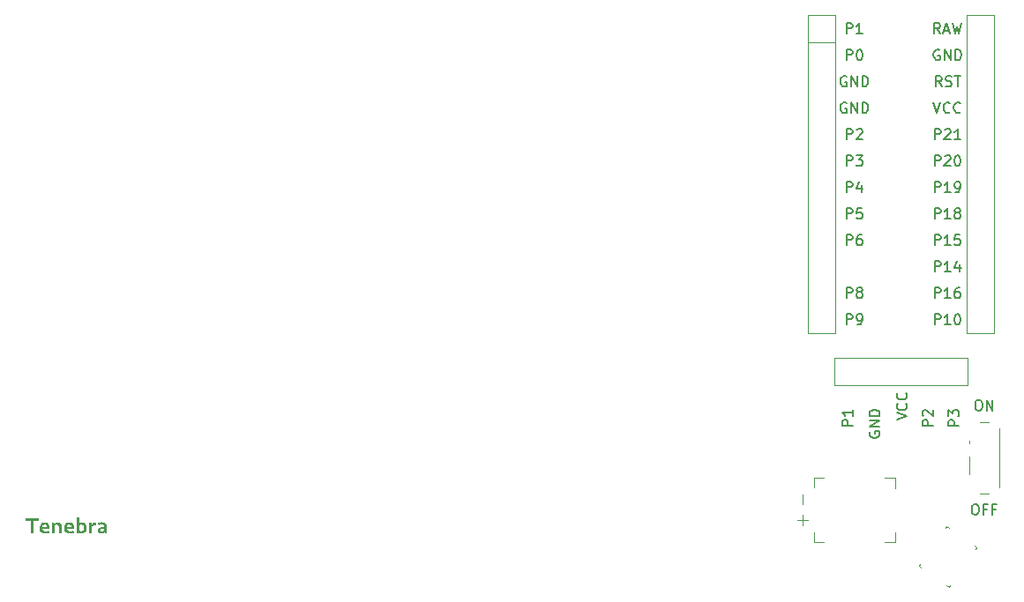
<source format=gbr>
%TF.GenerationSoftware,KiCad,Pcbnew,9.0.0*%
%TF.CreationDate,2025-03-13T17:07:21-04:00*%
%TF.ProjectId,Tenebra,54656e65-6272-4612-9e6b-696361645f70,v1.0.0*%
%TF.SameCoordinates,Original*%
%TF.FileFunction,Legend,Top*%
%TF.FilePolarity,Positive*%
%FSLAX46Y46*%
G04 Gerber Fmt 4.6, Leading zero omitted, Abs format (unit mm)*
G04 Created by KiCad (PCBNEW 9.0.0) date 2025-03-13 17:07:21*
%MOMM*%
%LPD*%
G01*
G04 APERTURE LIST*
%ADD10C,0.300000*%
%ADD11C,0.150000*%
%ADD12C,0.120000*%
%ADD13C,0.100000*%
G04 APERTURE END LIST*
D10*
G36*
X110484333Y-108245000D02*
G01*
X110752145Y-108245000D01*
X110752145Y-107028670D01*
X111222191Y-107028670D01*
X111222191Y-106791266D01*
X110017585Y-106791266D01*
X110017585Y-107028670D01*
X110484333Y-107028670D01*
X110484333Y-108245000D01*
G37*
G36*
X111891538Y-108268447D02*
G01*
X111971805Y-108264909D01*
X112052788Y-108254448D01*
X112132785Y-108237295D01*
X112210093Y-108213680D01*
X112252407Y-108197372D01*
X112193056Y-108009794D01*
X112122169Y-108035649D01*
X112049071Y-108053539D01*
X111975376Y-108062974D01*
X111934769Y-108064382D01*
X111857069Y-108058429D01*
X111773807Y-108034396D01*
X111706237Y-107992184D01*
X111654670Y-107932072D01*
X111619415Y-107854335D01*
X111603166Y-107779642D01*
X111597714Y-107693988D01*
X111603379Y-107609769D01*
X111624841Y-107526524D01*
X111661808Y-107463248D01*
X111723835Y-107415419D01*
X111805427Y-107396438D01*
X111818632Y-107396133D01*
X111897494Y-107408424D01*
X111966404Y-107451384D01*
X112006582Y-107512749D01*
X112026538Y-107594881D01*
X112028558Y-107636102D01*
X111560711Y-107636102D01*
X111560711Y-107799501D01*
X112268893Y-107799501D01*
X112277091Y-107725358D01*
X112280601Y-107651601D01*
X112280617Y-107647093D01*
X112276181Y-107570714D01*
X112256874Y-107478182D01*
X112222994Y-107397031D01*
X112175338Y-107328071D01*
X112114706Y-107272115D01*
X112041896Y-107229974D01*
X111957706Y-107202459D01*
X111862935Y-107190382D01*
X111837683Y-107189870D01*
X111754976Y-107195515D01*
X111678041Y-107212071D01*
X111607393Y-107238978D01*
X111543549Y-107275670D01*
X111469899Y-107338843D01*
X111423937Y-107396180D01*
X111386500Y-107461425D01*
X111358103Y-107534015D01*
X111339263Y-107613387D01*
X111330496Y-107698977D01*
X111329902Y-107728792D01*
X111335468Y-107820495D01*
X111351907Y-107904572D01*
X111378827Y-107980718D01*
X111415837Y-108048628D01*
X111462546Y-108107999D01*
X111518562Y-108158527D01*
X111583494Y-108199906D01*
X111656951Y-108231833D01*
X111738541Y-108254004D01*
X111827875Y-108266113D01*
X111891538Y-108268447D01*
G37*
G36*
X113192498Y-108245000D02*
G01*
X113460310Y-108245000D01*
X113460310Y-107602030D01*
X113453737Y-107510374D01*
X113434447Y-107428975D01*
X113403084Y-107358437D01*
X113347884Y-107286463D01*
X113276085Y-107233589D01*
X113207539Y-107205836D01*
X113129817Y-107191670D01*
X113087718Y-107189870D01*
X113006231Y-107196550D01*
X112928250Y-107216262D01*
X112854965Y-107248511D01*
X112787562Y-107292807D01*
X112727231Y-107348657D01*
X112708897Y-107369755D01*
X112748831Y-107534986D01*
X112809854Y-107481751D01*
X112877898Y-107445046D01*
X112951984Y-107425751D01*
X112995394Y-107422878D01*
X113071804Y-107433530D01*
X113136482Y-107471389D01*
X113176740Y-107535987D01*
X113191717Y-107613904D01*
X113192498Y-107639766D01*
X113192498Y-108245000D01*
G37*
G36*
X112519853Y-108245000D02*
G01*
X112787665Y-108245000D01*
X112787665Y-107395401D01*
X112711461Y-107213318D01*
X112519853Y-107213318D01*
X112519853Y-108245000D01*
G37*
G36*
X114242131Y-108268447D02*
G01*
X114322398Y-108264909D01*
X114403381Y-108254448D01*
X114483378Y-108237295D01*
X114560687Y-108213680D01*
X114603000Y-108197372D01*
X114543649Y-108009794D01*
X114472763Y-108035649D01*
X114399665Y-108053539D01*
X114325969Y-108062974D01*
X114285362Y-108064382D01*
X114207662Y-108058429D01*
X114124400Y-108034396D01*
X114056830Y-107992184D01*
X114005263Y-107932072D01*
X113970009Y-107854335D01*
X113953759Y-107779642D01*
X113948307Y-107693988D01*
X113953972Y-107609769D01*
X113975435Y-107526524D01*
X114012401Y-107463248D01*
X114074428Y-107415419D01*
X114156020Y-107396438D01*
X114169225Y-107396133D01*
X114248088Y-107408424D01*
X114316997Y-107451384D01*
X114357175Y-107512749D01*
X114377131Y-107594881D01*
X114379152Y-107636102D01*
X113911304Y-107636102D01*
X113911304Y-107799501D01*
X114619487Y-107799501D01*
X114627684Y-107725358D01*
X114631194Y-107651601D01*
X114631210Y-107647093D01*
X114626774Y-107570714D01*
X114607468Y-107478182D01*
X114573587Y-107397031D01*
X114525931Y-107328071D01*
X114465299Y-107272115D01*
X114392489Y-107229974D01*
X114308299Y-107202459D01*
X114213528Y-107190382D01*
X114188276Y-107189870D01*
X114105569Y-107195515D01*
X114028634Y-107212071D01*
X113957986Y-107238978D01*
X113894142Y-107275670D01*
X113820492Y-107338843D01*
X113774530Y-107396180D01*
X113737093Y-107461425D01*
X113708696Y-107534015D01*
X113689857Y-107613387D01*
X113681090Y-107698977D01*
X113680495Y-107728792D01*
X113686062Y-107820495D01*
X113702500Y-107904572D01*
X113729420Y-107980718D01*
X113766430Y-108048628D01*
X113813139Y-108107999D01*
X113869155Y-108158527D01*
X113934087Y-108199906D01*
X114007544Y-108231833D01*
X114089135Y-108254004D01*
X114178468Y-108266113D01*
X114242131Y-108268447D01*
G37*
G36*
X115374930Y-108268447D02*
G01*
X115453224Y-108262802D01*
X115526016Y-108246205D01*
X115613681Y-108207906D01*
X115689572Y-108152224D01*
X115752551Y-108080352D01*
X115790627Y-108016541D01*
X115820320Y-107944798D01*
X115841150Y-107865627D01*
X115852637Y-107779530D01*
X115854867Y-107718534D01*
X115850154Y-107631418D01*
X115836327Y-107550707D01*
X115813856Y-107476872D01*
X115771258Y-107389940D01*
X115715238Y-107317194D01*
X115646908Y-107259754D01*
X115567380Y-107218742D01*
X115477766Y-107195278D01*
X115404605Y-107189870D01*
X115320722Y-107197085D01*
X115244553Y-107218289D01*
X115176569Y-107252819D01*
X115117238Y-107300012D01*
X115067031Y-107359207D01*
X115026416Y-107429740D01*
X115012962Y-107460980D01*
X115094295Y-107565760D01*
X115131492Y-107500576D01*
X115190367Y-107449456D01*
X115263597Y-107421903D01*
X115318510Y-107416650D01*
X115403936Y-107429379D01*
X115474564Y-107466244D01*
X115528885Y-107525260D01*
X115565393Y-107604440D01*
X115581123Y-107684396D01*
X115583757Y-107737951D01*
X115577210Y-107820500D01*
X115558000Y-107891597D01*
X115519140Y-107960334D01*
X115464090Y-108009288D01*
X115393966Y-108036661D01*
X115339392Y-108042034D01*
X115263120Y-108031695D01*
X115189069Y-107996571D01*
X115135824Y-107946063D01*
X115100523Y-107888161D01*
X115010031Y-108028112D01*
X115043921Y-108096208D01*
X115096314Y-108163425D01*
X115161126Y-108214441D01*
X115237968Y-108248853D01*
X115310910Y-108264551D01*
X115374930Y-108268447D01*
G37*
G36*
X114870446Y-108245000D02*
G01*
X115041538Y-108245000D01*
X115130565Y-108055956D01*
X115130565Y-106697477D01*
X114870446Y-106697477D01*
X114870446Y-108245000D01*
G37*
G36*
X116094103Y-108245000D02*
G01*
X116361915Y-108245000D01*
X116361915Y-107543046D01*
X116306594Y-107213318D01*
X116094103Y-107213318D01*
X116094103Y-108245000D01*
G37*
G36*
X116310258Y-107662847D02*
G01*
X116347899Y-107598640D01*
X116403867Y-107538350D01*
X116470646Y-107495206D01*
X116545958Y-107470680D01*
X116603715Y-107465376D01*
X116678614Y-107472788D01*
X116733042Y-107487358D01*
X116795690Y-107241894D01*
X116724112Y-107220874D01*
X116649131Y-107213349D01*
X116644016Y-107213318D01*
X116569754Y-107220816D01*
X116499225Y-107242703D01*
X116433923Y-107278066D01*
X116375339Y-107325992D01*
X116324966Y-107385568D01*
X116310258Y-107407857D01*
X116310258Y-107662847D01*
G37*
G36*
X117595097Y-108245000D02*
G01*
X117786706Y-108245000D01*
X117786706Y-107628042D01*
X117782554Y-107551034D01*
X117764191Y-107459559D01*
X117731326Y-107381070D01*
X117684129Y-107315764D01*
X117622772Y-107263837D01*
X117547428Y-107225489D01*
X117458268Y-107200915D01*
X117382435Y-107191644D01*
X117327651Y-107189870D01*
X117244720Y-107193693D01*
X117161577Y-107204843D01*
X117080017Y-107222842D01*
X117001839Y-107247212D01*
X116928838Y-107277474D01*
X116905966Y-107288789D01*
X116969347Y-107477833D01*
X117038405Y-107452182D01*
X117115517Y-107430665D01*
X117190401Y-107417399D01*
X117271598Y-107412254D01*
X117355501Y-107419148D01*
X117432670Y-107444502D01*
X117492526Y-107496049D01*
X117520973Y-107571378D01*
X117523290Y-107605694D01*
X117523290Y-108047896D01*
X117595097Y-108245000D01*
G37*
G36*
X117239357Y-108268447D02*
G01*
X117320437Y-108262483D01*
X117395120Y-108244845D01*
X117462813Y-108215916D01*
X117536697Y-108164458D01*
X117597577Y-108096700D01*
X117636141Y-108031260D01*
X117665049Y-107956248D01*
X117675697Y-107915272D01*
X117588869Y-107875338D01*
X117556888Y-107942072D01*
X117500019Y-108002099D01*
X117435890Y-108038038D01*
X117361532Y-108056278D01*
X117327285Y-108058154D01*
X117249052Y-108046159D01*
X117182335Y-108002609D01*
X117155294Y-107933571D01*
X117155094Y-107926263D01*
X117184417Y-107854691D01*
X117251035Y-107817315D01*
X117324387Y-107799614D01*
X117399577Y-107790483D01*
X117490202Y-107785559D01*
X117568719Y-107784480D01*
X117568719Y-107635369D01*
X117483049Y-107636536D01*
X117403490Y-107640066D01*
X117329961Y-107646005D01*
X117230797Y-107659528D01*
X117144748Y-107678723D01*
X117071542Y-107703744D01*
X116993442Y-107746429D01*
X116937048Y-107800100D01*
X116901714Y-107865119D01*
X116886797Y-107941846D01*
X116886182Y-107962899D01*
X116896042Y-108044932D01*
X116924706Y-108116073D01*
X116970798Y-108175088D01*
X117032943Y-108220746D01*
X117109765Y-108251813D01*
X117199891Y-108267056D01*
X117239357Y-108268447D01*
G37*
D11*
X188791905Y-85654819D02*
X188791905Y-84654819D01*
X188791905Y-84654819D02*
X189172857Y-84654819D01*
X189172857Y-84654819D02*
X189268095Y-84702438D01*
X189268095Y-84702438D02*
X189315714Y-84750057D01*
X189315714Y-84750057D02*
X189363333Y-84845295D01*
X189363333Y-84845295D02*
X189363333Y-84988152D01*
X189363333Y-84988152D02*
X189315714Y-85083390D01*
X189315714Y-85083390D02*
X189268095Y-85131009D01*
X189268095Y-85131009D02*
X189172857Y-85178628D01*
X189172857Y-85178628D02*
X188791905Y-85178628D01*
X189934762Y-85083390D02*
X189839524Y-85035771D01*
X189839524Y-85035771D02*
X189791905Y-84988152D01*
X189791905Y-84988152D02*
X189744286Y-84892914D01*
X189744286Y-84892914D02*
X189744286Y-84845295D01*
X189744286Y-84845295D02*
X189791905Y-84750057D01*
X189791905Y-84750057D02*
X189839524Y-84702438D01*
X189839524Y-84702438D02*
X189934762Y-84654819D01*
X189934762Y-84654819D02*
X190125238Y-84654819D01*
X190125238Y-84654819D02*
X190220476Y-84702438D01*
X190220476Y-84702438D02*
X190268095Y-84750057D01*
X190268095Y-84750057D02*
X190315714Y-84845295D01*
X190315714Y-84845295D02*
X190315714Y-84892914D01*
X190315714Y-84892914D02*
X190268095Y-84988152D01*
X190268095Y-84988152D02*
X190220476Y-85035771D01*
X190220476Y-85035771D02*
X190125238Y-85083390D01*
X190125238Y-85083390D02*
X189934762Y-85083390D01*
X189934762Y-85083390D02*
X189839524Y-85131009D01*
X189839524Y-85131009D02*
X189791905Y-85178628D01*
X189791905Y-85178628D02*
X189744286Y-85273866D01*
X189744286Y-85273866D02*
X189744286Y-85464342D01*
X189744286Y-85464342D02*
X189791905Y-85559580D01*
X189791905Y-85559580D02*
X189839524Y-85607200D01*
X189839524Y-85607200D02*
X189934762Y-85654819D01*
X189934762Y-85654819D02*
X190125238Y-85654819D01*
X190125238Y-85654819D02*
X190220476Y-85607200D01*
X190220476Y-85607200D02*
X190268095Y-85559580D01*
X190268095Y-85559580D02*
X190315714Y-85464342D01*
X190315714Y-85464342D02*
X190315714Y-85273866D01*
X190315714Y-85273866D02*
X190268095Y-85178628D01*
X190268095Y-85178628D02*
X190220476Y-85131009D01*
X190220476Y-85131009D02*
X190125238Y-85083390D01*
X188791905Y-72954819D02*
X188791905Y-71954819D01*
X188791905Y-71954819D02*
X189172857Y-71954819D01*
X189172857Y-71954819D02*
X189268095Y-72002438D01*
X189268095Y-72002438D02*
X189315714Y-72050057D01*
X189315714Y-72050057D02*
X189363333Y-72145295D01*
X189363333Y-72145295D02*
X189363333Y-72288152D01*
X189363333Y-72288152D02*
X189315714Y-72383390D01*
X189315714Y-72383390D02*
X189268095Y-72431009D01*
X189268095Y-72431009D02*
X189172857Y-72478628D01*
X189172857Y-72478628D02*
X188791905Y-72478628D01*
X189696667Y-71954819D02*
X190315714Y-71954819D01*
X190315714Y-71954819D02*
X189982381Y-72335771D01*
X189982381Y-72335771D02*
X190125238Y-72335771D01*
X190125238Y-72335771D02*
X190220476Y-72383390D01*
X190220476Y-72383390D02*
X190268095Y-72431009D01*
X190268095Y-72431009D02*
X190315714Y-72526247D01*
X190315714Y-72526247D02*
X190315714Y-72764342D01*
X190315714Y-72764342D02*
X190268095Y-72859580D01*
X190268095Y-72859580D02*
X190220476Y-72907200D01*
X190220476Y-72907200D02*
X190125238Y-72954819D01*
X190125238Y-72954819D02*
X189839524Y-72954819D01*
X189839524Y-72954819D02*
X189744286Y-72907200D01*
X189744286Y-72907200D02*
X189696667Y-72859580D01*
X197255714Y-78034819D02*
X197255714Y-77034819D01*
X197255714Y-77034819D02*
X197636666Y-77034819D01*
X197636666Y-77034819D02*
X197731904Y-77082438D01*
X197731904Y-77082438D02*
X197779523Y-77130057D01*
X197779523Y-77130057D02*
X197827142Y-77225295D01*
X197827142Y-77225295D02*
X197827142Y-77368152D01*
X197827142Y-77368152D02*
X197779523Y-77463390D01*
X197779523Y-77463390D02*
X197731904Y-77511009D01*
X197731904Y-77511009D02*
X197636666Y-77558628D01*
X197636666Y-77558628D02*
X197255714Y-77558628D01*
X198779523Y-78034819D02*
X198208095Y-78034819D01*
X198493809Y-78034819D02*
X198493809Y-77034819D01*
X198493809Y-77034819D02*
X198398571Y-77177676D01*
X198398571Y-77177676D02*
X198303333Y-77272914D01*
X198303333Y-77272914D02*
X198208095Y-77320533D01*
X199350952Y-77463390D02*
X199255714Y-77415771D01*
X199255714Y-77415771D02*
X199208095Y-77368152D01*
X199208095Y-77368152D02*
X199160476Y-77272914D01*
X199160476Y-77272914D02*
X199160476Y-77225295D01*
X199160476Y-77225295D02*
X199208095Y-77130057D01*
X199208095Y-77130057D02*
X199255714Y-77082438D01*
X199255714Y-77082438D02*
X199350952Y-77034819D01*
X199350952Y-77034819D02*
X199541428Y-77034819D01*
X199541428Y-77034819D02*
X199636666Y-77082438D01*
X199636666Y-77082438D02*
X199684285Y-77130057D01*
X199684285Y-77130057D02*
X199731904Y-77225295D01*
X199731904Y-77225295D02*
X199731904Y-77272914D01*
X199731904Y-77272914D02*
X199684285Y-77368152D01*
X199684285Y-77368152D02*
X199636666Y-77415771D01*
X199636666Y-77415771D02*
X199541428Y-77463390D01*
X199541428Y-77463390D02*
X199350952Y-77463390D01*
X199350952Y-77463390D02*
X199255714Y-77511009D01*
X199255714Y-77511009D02*
X199208095Y-77558628D01*
X199208095Y-77558628D02*
X199160476Y-77653866D01*
X199160476Y-77653866D02*
X199160476Y-77844342D01*
X199160476Y-77844342D02*
X199208095Y-77939580D01*
X199208095Y-77939580D02*
X199255714Y-77987200D01*
X199255714Y-77987200D02*
X199350952Y-78034819D01*
X199350952Y-78034819D02*
X199541428Y-78034819D01*
X199541428Y-78034819D02*
X199636666Y-77987200D01*
X199636666Y-77987200D02*
X199684285Y-77939580D01*
X199684285Y-77939580D02*
X199731904Y-77844342D01*
X199731904Y-77844342D02*
X199731904Y-77653866D01*
X199731904Y-77653866D02*
X199684285Y-77558628D01*
X199684285Y-77558628D02*
X199636666Y-77511009D01*
X199636666Y-77511009D02*
X199541428Y-77463390D01*
X197255714Y-70414819D02*
X197255714Y-69414819D01*
X197255714Y-69414819D02*
X197636666Y-69414819D01*
X197636666Y-69414819D02*
X197731904Y-69462438D01*
X197731904Y-69462438D02*
X197779523Y-69510057D01*
X197779523Y-69510057D02*
X197827142Y-69605295D01*
X197827142Y-69605295D02*
X197827142Y-69748152D01*
X197827142Y-69748152D02*
X197779523Y-69843390D01*
X197779523Y-69843390D02*
X197731904Y-69891009D01*
X197731904Y-69891009D02*
X197636666Y-69938628D01*
X197636666Y-69938628D02*
X197255714Y-69938628D01*
X198208095Y-69510057D02*
X198255714Y-69462438D01*
X198255714Y-69462438D02*
X198350952Y-69414819D01*
X198350952Y-69414819D02*
X198589047Y-69414819D01*
X198589047Y-69414819D02*
X198684285Y-69462438D01*
X198684285Y-69462438D02*
X198731904Y-69510057D01*
X198731904Y-69510057D02*
X198779523Y-69605295D01*
X198779523Y-69605295D02*
X198779523Y-69700533D01*
X198779523Y-69700533D02*
X198731904Y-69843390D01*
X198731904Y-69843390D02*
X198160476Y-70414819D01*
X198160476Y-70414819D02*
X198779523Y-70414819D01*
X199731904Y-70414819D02*
X199160476Y-70414819D01*
X199446190Y-70414819D02*
X199446190Y-69414819D01*
X199446190Y-69414819D02*
X199350952Y-69557676D01*
X199350952Y-69557676D02*
X199255714Y-69652914D01*
X199255714Y-69652914D02*
X199160476Y-69700533D01*
X197708095Y-61842438D02*
X197612857Y-61794819D01*
X197612857Y-61794819D02*
X197470000Y-61794819D01*
X197470000Y-61794819D02*
X197327143Y-61842438D01*
X197327143Y-61842438D02*
X197231905Y-61937676D01*
X197231905Y-61937676D02*
X197184286Y-62032914D01*
X197184286Y-62032914D02*
X197136667Y-62223390D01*
X197136667Y-62223390D02*
X197136667Y-62366247D01*
X197136667Y-62366247D02*
X197184286Y-62556723D01*
X197184286Y-62556723D02*
X197231905Y-62651961D01*
X197231905Y-62651961D02*
X197327143Y-62747200D01*
X197327143Y-62747200D02*
X197470000Y-62794819D01*
X197470000Y-62794819D02*
X197565238Y-62794819D01*
X197565238Y-62794819D02*
X197708095Y-62747200D01*
X197708095Y-62747200D02*
X197755714Y-62699580D01*
X197755714Y-62699580D02*
X197755714Y-62366247D01*
X197755714Y-62366247D02*
X197565238Y-62366247D01*
X198184286Y-62794819D02*
X198184286Y-61794819D01*
X198184286Y-61794819D02*
X198755714Y-62794819D01*
X198755714Y-62794819D02*
X198755714Y-61794819D01*
X199231905Y-62794819D02*
X199231905Y-61794819D01*
X199231905Y-61794819D02*
X199470000Y-61794819D01*
X199470000Y-61794819D02*
X199612857Y-61842438D01*
X199612857Y-61842438D02*
X199708095Y-61937676D01*
X199708095Y-61937676D02*
X199755714Y-62032914D01*
X199755714Y-62032914D02*
X199803333Y-62223390D01*
X199803333Y-62223390D02*
X199803333Y-62366247D01*
X199803333Y-62366247D02*
X199755714Y-62556723D01*
X199755714Y-62556723D02*
X199708095Y-62651961D01*
X199708095Y-62651961D02*
X199612857Y-62747200D01*
X199612857Y-62747200D02*
X199470000Y-62794819D01*
X199470000Y-62794819D02*
X199231905Y-62794819D01*
X188791905Y-80574819D02*
X188791905Y-79574819D01*
X188791905Y-79574819D02*
X189172857Y-79574819D01*
X189172857Y-79574819D02*
X189268095Y-79622438D01*
X189268095Y-79622438D02*
X189315714Y-79670057D01*
X189315714Y-79670057D02*
X189363333Y-79765295D01*
X189363333Y-79765295D02*
X189363333Y-79908152D01*
X189363333Y-79908152D02*
X189315714Y-80003390D01*
X189315714Y-80003390D02*
X189268095Y-80051009D01*
X189268095Y-80051009D02*
X189172857Y-80098628D01*
X189172857Y-80098628D02*
X188791905Y-80098628D01*
X190220476Y-79574819D02*
X190030000Y-79574819D01*
X190030000Y-79574819D02*
X189934762Y-79622438D01*
X189934762Y-79622438D02*
X189887143Y-79670057D01*
X189887143Y-79670057D02*
X189791905Y-79812914D01*
X189791905Y-79812914D02*
X189744286Y-80003390D01*
X189744286Y-80003390D02*
X189744286Y-80384342D01*
X189744286Y-80384342D02*
X189791905Y-80479580D01*
X189791905Y-80479580D02*
X189839524Y-80527200D01*
X189839524Y-80527200D02*
X189934762Y-80574819D01*
X189934762Y-80574819D02*
X190125238Y-80574819D01*
X190125238Y-80574819D02*
X190220476Y-80527200D01*
X190220476Y-80527200D02*
X190268095Y-80479580D01*
X190268095Y-80479580D02*
X190315714Y-80384342D01*
X190315714Y-80384342D02*
X190315714Y-80146247D01*
X190315714Y-80146247D02*
X190268095Y-80051009D01*
X190268095Y-80051009D02*
X190220476Y-80003390D01*
X190220476Y-80003390D02*
X190125238Y-79955771D01*
X190125238Y-79955771D02*
X189934762Y-79955771D01*
X189934762Y-79955771D02*
X189839524Y-80003390D01*
X189839524Y-80003390D02*
X189791905Y-80051009D01*
X189791905Y-80051009D02*
X189744286Y-80146247D01*
X197255714Y-88194819D02*
X197255714Y-87194819D01*
X197255714Y-87194819D02*
X197636666Y-87194819D01*
X197636666Y-87194819D02*
X197731904Y-87242438D01*
X197731904Y-87242438D02*
X197779523Y-87290057D01*
X197779523Y-87290057D02*
X197827142Y-87385295D01*
X197827142Y-87385295D02*
X197827142Y-87528152D01*
X197827142Y-87528152D02*
X197779523Y-87623390D01*
X197779523Y-87623390D02*
X197731904Y-87671009D01*
X197731904Y-87671009D02*
X197636666Y-87718628D01*
X197636666Y-87718628D02*
X197255714Y-87718628D01*
X198779523Y-88194819D02*
X198208095Y-88194819D01*
X198493809Y-88194819D02*
X198493809Y-87194819D01*
X198493809Y-87194819D02*
X198398571Y-87337676D01*
X198398571Y-87337676D02*
X198303333Y-87432914D01*
X198303333Y-87432914D02*
X198208095Y-87480533D01*
X199398571Y-87194819D02*
X199493809Y-87194819D01*
X199493809Y-87194819D02*
X199589047Y-87242438D01*
X199589047Y-87242438D02*
X199636666Y-87290057D01*
X199636666Y-87290057D02*
X199684285Y-87385295D01*
X199684285Y-87385295D02*
X199731904Y-87575771D01*
X199731904Y-87575771D02*
X199731904Y-87813866D01*
X199731904Y-87813866D02*
X199684285Y-88004342D01*
X199684285Y-88004342D02*
X199636666Y-88099580D01*
X199636666Y-88099580D02*
X199589047Y-88147200D01*
X199589047Y-88147200D02*
X199493809Y-88194819D01*
X199493809Y-88194819D02*
X199398571Y-88194819D01*
X199398571Y-88194819D02*
X199303333Y-88147200D01*
X199303333Y-88147200D02*
X199255714Y-88099580D01*
X199255714Y-88099580D02*
X199208095Y-88004342D01*
X199208095Y-88004342D02*
X199160476Y-87813866D01*
X199160476Y-87813866D02*
X199160476Y-87575771D01*
X199160476Y-87575771D02*
X199208095Y-87385295D01*
X199208095Y-87385295D02*
X199255714Y-87290057D01*
X199255714Y-87290057D02*
X199303333Y-87242438D01*
X199303333Y-87242438D02*
X199398571Y-87194819D01*
X188791905Y-60254819D02*
X188791905Y-59254819D01*
X188791905Y-59254819D02*
X189172857Y-59254819D01*
X189172857Y-59254819D02*
X189268095Y-59302438D01*
X189268095Y-59302438D02*
X189315714Y-59350057D01*
X189315714Y-59350057D02*
X189363333Y-59445295D01*
X189363333Y-59445295D02*
X189363333Y-59588152D01*
X189363333Y-59588152D02*
X189315714Y-59683390D01*
X189315714Y-59683390D02*
X189268095Y-59731009D01*
X189268095Y-59731009D02*
X189172857Y-59778628D01*
X189172857Y-59778628D02*
X188791905Y-59778628D01*
X190315714Y-60254819D02*
X189744286Y-60254819D01*
X190030000Y-60254819D02*
X190030000Y-59254819D01*
X190030000Y-59254819D02*
X189934762Y-59397676D01*
X189934762Y-59397676D02*
X189839524Y-59492914D01*
X189839524Y-59492914D02*
X189744286Y-59540533D01*
X197255714Y-83114819D02*
X197255714Y-82114819D01*
X197255714Y-82114819D02*
X197636666Y-82114819D01*
X197636666Y-82114819D02*
X197731904Y-82162438D01*
X197731904Y-82162438D02*
X197779523Y-82210057D01*
X197779523Y-82210057D02*
X197827142Y-82305295D01*
X197827142Y-82305295D02*
X197827142Y-82448152D01*
X197827142Y-82448152D02*
X197779523Y-82543390D01*
X197779523Y-82543390D02*
X197731904Y-82591009D01*
X197731904Y-82591009D02*
X197636666Y-82638628D01*
X197636666Y-82638628D02*
X197255714Y-82638628D01*
X198779523Y-83114819D02*
X198208095Y-83114819D01*
X198493809Y-83114819D02*
X198493809Y-82114819D01*
X198493809Y-82114819D02*
X198398571Y-82257676D01*
X198398571Y-82257676D02*
X198303333Y-82352914D01*
X198303333Y-82352914D02*
X198208095Y-82400533D01*
X199636666Y-82448152D02*
X199636666Y-83114819D01*
X199398571Y-82067200D02*
X199160476Y-82781485D01*
X199160476Y-82781485D02*
X199779523Y-82781485D01*
X188791905Y-88194819D02*
X188791905Y-87194819D01*
X188791905Y-87194819D02*
X189172857Y-87194819D01*
X189172857Y-87194819D02*
X189268095Y-87242438D01*
X189268095Y-87242438D02*
X189315714Y-87290057D01*
X189315714Y-87290057D02*
X189363333Y-87385295D01*
X189363333Y-87385295D02*
X189363333Y-87528152D01*
X189363333Y-87528152D02*
X189315714Y-87623390D01*
X189315714Y-87623390D02*
X189268095Y-87671009D01*
X189268095Y-87671009D02*
X189172857Y-87718628D01*
X189172857Y-87718628D02*
X188791905Y-87718628D01*
X189839524Y-88194819D02*
X190030000Y-88194819D01*
X190030000Y-88194819D02*
X190125238Y-88147200D01*
X190125238Y-88147200D02*
X190172857Y-88099580D01*
X190172857Y-88099580D02*
X190268095Y-87956723D01*
X190268095Y-87956723D02*
X190315714Y-87766247D01*
X190315714Y-87766247D02*
X190315714Y-87385295D01*
X190315714Y-87385295D02*
X190268095Y-87290057D01*
X190268095Y-87290057D02*
X190220476Y-87242438D01*
X190220476Y-87242438D02*
X190125238Y-87194819D01*
X190125238Y-87194819D02*
X189934762Y-87194819D01*
X189934762Y-87194819D02*
X189839524Y-87242438D01*
X189839524Y-87242438D02*
X189791905Y-87290057D01*
X189791905Y-87290057D02*
X189744286Y-87385295D01*
X189744286Y-87385295D02*
X189744286Y-87623390D01*
X189744286Y-87623390D02*
X189791905Y-87718628D01*
X189791905Y-87718628D02*
X189839524Y-87766247D01*
X189839524Y-87766247D02*
X189934762Y-87813866D01*
X189934762Y-87813866D02*
X190125238Y-87813866D01*
X190125238Y-87813866D02*
X190220476Y-87766247D01*
X190220476Y-87766247D02*
X190268095Y-87718628D01*
X190268095Y-87718628D02*
X190315714Y-87623390D01*
X188791905Y-75494819D02*
X188791905Y-74494819D01*
X188791905Y-74494819D02*
X189172857Y-74494819D01*
X189172857Y-74494819D02*
X189268095Y-74542438D01*
X189268095Y-74542438D02*
X189315714Y-74590057D01*
X189315714Y-74590057D02*
X189363333Y-74685295D01*
X189363333Y-74685295D02*
X189363333Y-74828152D01*
X189363333Y-74828152D02*
X189315714Y-74923390D01*
X189315714Y-74923390D02*
X189268095Y-74971009D01*
X189268095Y-74971009D02*
X189172857Y-75018628D01*
X189172857Y-75018628D02*
X188791905Y-75018628D01*
X190220476Y-74828152D02*
X190220476Y-75494819D01*
X189982381Y-74447200D02*
X189744286Y-75161485D01*
X189744286Y-75161485D02*
X190363333Y-75161485D01*
X188768095Y-64382438D02*
X188672857Y-64334819D01*
X188672857Y-64334819D02*
X188530000Y-64334819D01*
X188530000Y-64334819D02*
X188387143Y-64382438D01*
X188387143Y-64382438D02*
X188291905Y-64477676D01*
X188291905Y-64477676D02*
X188244286Y-64572914D01*
X188244286Y-64572914D02*
X188196667Y-64763390D01*
X188196667Y-64763390D02*
X188196667Y-64906247D01*
X188196667Y-64906247D02*
X188244286Y-65096723D01*
X188244286Y-65096723D02*
X188291905Y-65191961D01*
X188291905Y-65191961D02*
X188387143Y-65287200D01*
X188387143Y-65287200D02*
X188530000Y-65334819D01*
X188530000Y-65334819D02*
X188625238Y-65334819D01*
X188625238Y-65334819D02*
X188768095Y-65287200D01*
X188768095Y-65287200D02*
X188815714Y-65239580D01*
X188815714Y-65239580D02*
X188815714Y-64906247D01*
X188815714Y-64906247D02*
X188625238Y-64906247D01*
X189244286Y-65334819D02*
X189244286Y-64334819D01*
X189244286Y-64334819D02*
X189815714Y-65334819D01*
X189815714Y-65334819D02*
X189815714Y-64334819D01*
X190291905Y-65334819D02*
X190291905Y-64334819D01*
X190291905Y-64334819D02*
X190530000Y-64334819D01*
X190530000Y-64334819D02*
X190672857Y-64382438D01*
X190672857Y-64382438D02*
X190768095Y-64477676D01*
X190768095Y-64477676D02*
X190815714Y-64572914D01*
X190815714Y-64572914D02*
X190863333Y-64763390D01*
X190863333Y-64763390D02*
X190863333Y-64906247D01*
X190863333Y-64906247D02*
X190815714Y-65096723D01*
X190815714Y-65096723D02*
X190768095Y-65191961D01*
X190768095Y-65191961D02*
X190672857Y-65287200D01*
X190672857Y-65287200D02*
X190530000Y-65334819D01*
X190530000Y-65334819D02*
X190291905Y-65334819D01*
X197779523Y-60254819D02*
X197446190Y-59778628D01*
X197208095Y-60254819D02*
X197208095Y-59254819D01*
X197208095Y-59254819D02*
X197589047Y-59254819D01*
X197589047Y-59254819D02*
X197684285Y-59302438D01*
X197684285Y-59302438D02*
X197731904Y-59350057D01*
X197731904Y-59350057D02*
X197779523Y-59445295D01*
X197779523Y-59445295D02*
X197779523Y-59588152D01*
X197779523Y-59588152D02*
X197731904Y-59683390D01*
X197731904Y-59683390D02*
X197684285Y-59731009D01*
X197684285Y-59731009D02*
X197589047Y-59778628D01*
X197589047Y-59778628D02*
X197208095Y-59778628D01*
X198160476Y-59969104D02*
X198636666Y-59969104D01*
X198065238Y-60254819D02*
X198398571Y-59254819D01*
X198398571Y-59254819D02*
X198731904Y-60254819D01*
X198970000Y-59254819D02*
X199208095Y-60254819D01*
X199208095Y-60254819D02*
X199398571Y-59540533D01*
X199398571Y-59540533D02*
X199589047Y-60254819D01*
X199589047Y-60254819D02*
X199827143Y-59254819D01*
X188791905Y-78034819D02*
X188791905Y-77034819D01*
X188791905Y-77034819D02*
X189172857Y-77034819D01*
X189172857Y-77034819D02*
X189268095Y-77082438D01*
X189268095Y-77082438D02*
X189315714Y-77130057D01*
X189315714Y-77130057D02*
X189363333Y-77225295D01*
X189363333Y-77225295D02*
X189363333Y-77368152D01*
X189363333Y-77368152D02*
X189315714Y-77463390D01*
X189315714Y-77463390D02*
X189268095Y-77511009D01*
X189268095Y-77511009D02*
X189172857Y-77558628D01*
X189172857Y-77558628D02*
X188791905Y-77558628D01*
X190268095Y-77034819D02*
X189791905Y-77034819D01*
X189791905Y-77034819D02*
X189744286Y-77511009D01*
X189744286Y-77511009D02*
X189791905Y-77463390D01*
X189791905Y-77463390D02*
X189887143Y-77415771D01*
X189887143Y-77415771D02*
X190125238Y-77415771D01*
X190125238Y-77415771D02*
X190220476Y-77463390D01*
X190220476Y-77463390D02*
X190268095Y-77511009D01*
X190268095Y-77511009D02*
X190315714Y-77606247D01*
X190315714Y-77606247D02*
X190315714Y-77844342D01*
X190315714Y-77844342D02*
X190268095Y-77939580D01*
X190268095Y-77939580D02*
X190220476Y-77987200D01*
X190220476Y-77987200D02*
X190125238Y-78034819D01*
X190125238Y-78034819D02*
X189887143Y-78034819D01*
X189887143Y-78034819D02*
X189791905Y-77987200D01*
X189791905Y-77987200D02*
X189744286Y-77939580D01*
X197255714Y-75494819D02*
X197255714Y-74494819D01*
X197255714Y-74494819D02*
X197636666Y-74494819D01*
X197636666Y-74494819D02*
X197731904Y-74542438D01*
X197731904Y-74542438D02*
X197779523Y-74590057D01*
X197779523Y-74590057D02*
X197827142Y-74685295D01*
X197827142Y-74685295D02*
X197827142Y-74828152D01*
X197827142Y-74828152D02*
X197779523Y-74923390D01*
X197779523Y-74923390D02*
X197731904Y-74971009D01*
X197731904Y-74971009D02*
X197636666Y-75018628D01*
X197636666Y-75018628D02*
X197255714Y-75018628D01*
X198779523Y-75494819D02*
X198208095Y-75494819D01*
X198493809Y-75494819D02*
X198493809Y-74494819D01*
X198493809Y-74494819D02*
X198398571Y-74637676D01*
X198398571Y-74637676D02*
X198303333Y-74732914D01*
X198303333Y-74732914D02*
X198208095Y-74780533D01*
X199255714Y-75494819D02*
X199446190Y-75494819D01*
X199446190Y-75494819D02*
X199541428Y-75447200D01*
X199541428Y-75447200D02*
X199589047Y-75399580D01*
X199589047Y-75399580D02*
X199684285Y-75256723D01*
X199684285Y-75256723D02*
X199731904Y-75066247D01*
X199731904Y-75066247D02*
X199731904Y-74685295D01*
X199731904Y-74685295D02*
X199684285Y-74590057D01*
X199684285Y-74590057D02*
X199636666Y-74542438D01*
X199636666Y-74542438D02*
X199541428Y-74494819D01*
X199541428Y-74494819D02*
X199350952Y-74494819D01*
X199350952Y-74494819D02*
X199255714Y-74542438D01*
X199255714Y-74542438D02*
X199208095Y-74590057D01*
X199208095Y-74590057D02*
X199160476Y-74685295D01*
X199160476Y-74685295D02*
X199160476Y-74923390D01*
X199160476Y-74923390D02*
X199208095Y-75018628D01*
X199208095Y-75018628D02*
X199255714Y-75066247D01*
X199255714Y-75066247D02*
X199350952Y-75113866D01*
X199350952Y-75113866D02*
X199541428Y-75113866D01*
X199541428Y-75113866D02*
X199636666Y-75066247D01*
X199636666Y-75066247D02*
X199684285Y-75018628D01*
X199684285Y-75018628D02*
X199731904Y-74923390D01*
X197255714Y-80574819D02*
X197255714Y-79574819D01*
X197255714Y-79574819D02*
X197636666Y-79574819D01*
X197636666Y-79574819D02*
X197731904Y-79622438D01*
X197731904Y-79622438D02*
X197779523Y-79670057D01*
X197779523Y-79670057D02*
X197827142Y-79765295D01*
X197827142Y-79765295D02*
X197827142Y-79908152D01*
X197827142Y-79908152D02*
X197779523Y-80003390D01*
X197779523Y-80003390D02*
X197731904Y-80051009D01*
X197731904Y-80051009D02*
X197636666Y-80098628D01*
X197636666Y-80098628D02*
X197255714Y-80098628D01*
X198779523Y-80574819D02*
X198208095Y-80574819D01*
X198493809Y-80574819D02*
X198493809Y-79574819D01*
X198493809Y-79574819D02*
X198398571Y-79717676D01*
X198398571Y-79717676D02*
X198303333Y-79812914D01*
X198303333Y-79812914D02*
X198208095Y-79860533D01*
X199684285Y-79574819D02*
X199208095Y-79574819D01*
X199208095Y-79574819D02*
X199160476Y-80051009D01*
X199160476Y-80051009D02*
X199208095Y-80003390D01*
X199208095Y-80003390D02*
X199303333Y-79955771D01*
X199303333Y-79955771D02*
X199541428Y-79955771D01*
X199541428Y-79955771D02*
X199636666Y-80003390D01*
X199636666Y-80003390D02*
X199684285Y-80051009D01*
X199684285Y-80051009D02*
X199731904Y-80146247D01*
X199731904Y-80146247D02*
X199731904Y-80384342D01*
X199731904Y-80384342D02*
X199684285Y-80479580D01*
X199684285Y-80479580D02*
X199636666Y-80527200D01*
X199636666Y-80527200D02*
X199541428Y-80574819D01*
X199541428Y-80574819D02*
X199303333Y-80574819D01*
X199303333Y-80574819D02*
X199208095Y-80527200D01*
X199208095Y-80527200D02*
X199160476Y-80479580D01*
X197255714Y-72954819D02*
X197255714Y-71954819D01*
X197255714Y-71954819D02*
X197636666Y-71954819D01*
X197636666Y-71954819D02*
X197731904Y-72002438D01*
X197731904Y-72002438D02*
X197779523Y-72050057D01*
X197779523Y-72050057D02*
X197827142Y-72145295D01*
X197827142Y-72145295D02*
X197827142Y-72288152D01*
X197827142Y-72288152D02*
X197779523Y-72383390D01*
X197779523Y-72383390D02*
X197731904Y-72431009D01*
X197731904Y-72431009D02*
X197636666Y-72478628D01*
X197636666Y-72478628D02*
X197255714Y-72478628D01*
X198208095Y-72050057D02*
X198255714Y-72002438D01*
X198255714Y-72002438D02*
X198350952Y-71954819D01*
X198350952Y-71954819D02*
X198589047Y-71954819D01*
X198589047Y-71954819D02*
X198684285Y-72002438D01*
X198684285Y-72002438D02*
X198731904Y-72050057D01*
X198731904Y-72050057D02*
X198779523Y-72145295D01*
X198779523Y-72145295D02*
X198779523Y-72240533D01*
X198779523Y-72240533D02*
X198731904Y-72383390D01*
X198731904Y-72383390D02*
X198160476Y-72954819D01*
X198160476Y-72954819D02*
X198779523Y-72954819D01*
X199398571Y-71954819D02*
X199493809Y-71954819D01*
X199493809Y-71954819D02*
X199589047Y-72002438D01*
X199589047Y-72002438D02*
X199636666Y-72050057D01*
X199636666Y-72050057D02*
X199684285Y-72145295D01*
X199684285Y-72145295D02*
X199731904Y-72335771D01*
X199731904Y-72335771D02*
X199731904Y-72573866D01*
X199731904Y-72573866D02*
X199684285Y-72764342D01*
X199684285Y-72764342D02*
X199636666Y-72859580D01*
X199636666Y-72859580D02*
X199589047Y-72907200D01*
X199589047Y-72907200D02*
X199493809Y-72954819D01*
X199493809Y-72954819D02*
X199398571Y-72954819D01*
X199398571Y-72954819D02*
X199303333Y-72907200D01*
X199303333Y-72907200D02*
X199255714Y-72859580D01*
X199255714Y-72859580D02*
X199208095Y-72764342D01*
X199208095Y-72764342D02*
X199160476Y-72573866D01*
X199160476Y-72573866D02*
X199160476Y-72335771D01*
X199160476Y-72335771D02*
X199208095Y-72145295D01*
X199208095Y-72145295D02*
X199255714Y-72050057D01*
X199255714Y-72050057D02*
X199303333Y-72002438D01*
X199303333Y-72002438D02*
X199398571Y-71954819D01*
X197255714Y-85654819D02*
X197255714Y-84654819D01*
X197255714Y-84654819D02*
X197636666Y-84654819D01*
X197636666Y-84654819D02*
X197731904Y-84702438D01*
X197731904Y-84702438D02*
X197779523Y-84750057D01*
X197779523Y-84750057D02*
X197827142Y-84845295D01*
X197827142Y-84845295D02*
X197827142Y-84988152D01*
X197827142Y-84988152D02*
X197779523Y-85083390D01*
X197779523Y-85083390D02*
X197731904Y-85131009D01*
X197731904Y-85131009D02*
X197636666Y-85178628D01*
X197636666Y-85178628D02*
X197255714Y-85178628D01*
X198779523Y-85654819D02*
X198208095Y-85654819D01*
X198493809Y-85654819D02*
X198493809Y-84654819D01*
X198493809Y-84654819D02*
X198398571Y-84797676D01*
X198398571Y-84797676D02*
X198303333Y-84892914D01*
X198303333Y-84892914D02*
X198208095Y-84940533D01*
X199636666Y-84654819D02*
X199446190Y-84654819D01*
X199446190Y-84654819D02*
X199350952Y-84702438D01*
X199350952Y-84702438D02*
X199303333Y-84750057D01*
X199303333Y-84750057D02*
X199208095Y-84892914D01*
X199208095Y-84892914D02*
X199160476Y-85083390D01*
X199160476Y-85083390D02*
X199160476Y-85464342D01*
X199160476Y-85464342D02*
X199208095Y-85559580D01*
X199208095Y-85559580D02*
X199255714Y-85607200D01*
X199255714Y-85607200D02*
X199350952Y-85654819D01*
X199350952Y-85654819D02*
X199541428Y-85654819D01*
X199541428Y-85654819D02*
X199636666Y-85607200D01*
X199636666Y-85607200D02*
X199684285Y-85559580D01*
X199684285Y-85559580D02*
X199731904Y-85464342D01*
X199731904Y-85464342D02*
X199731904Y-85226247D01*
X199731904Y-85226247D02*
X199684285Y-85131009D01*
X199684285Y-85131009D02*
X199636666Y-85083390D01*
X199636666Y-85083390D02*
X199541428Y-85035771D01*
X199541428Y-85035771D02*
X199350952Y-85035771D01*
X199350952Y-85035771D02*
X199255714Y-85083390D01*
X199255714Y-85083390D02*
X199208095Y-85131009D01*
X199208095Y-85131009D02*
X199160476Y-85226247D01*
X188791905Y-70414819D02*
X188791905Y-69414819D01*
X188791905Y-69414819D02*
X189172857Y-69414819D01*
X189172857Y-69414819D02*
X189268095Y-69462438D01*
X189268095Y-69462438D02*
X189315714Y-69510057D01*
X189315714Y-69510057D02*
X189363333Y-69605295D01*
X189363333Y-69605295D02*
X189363333Y-69748152D01*
X189363333Y-69748152D02*
X189315714Y-69843390D01*
X189315714Y-69843390D02*
X189268095Y-69891009D01*
X189268095Y-69891009D02*
X189172857Y-69938628D01*
X189172857Y-69938628D02*
X188791905Y-69938628D01*
X189744286Y-69510057D02*
X189791905Y-69462438D01*
X189791905Y-69462438D02*
X189887143Y-69414819D01*
X189887143Y-69414819D02*
X190125238Y-69414819D01*
X190125238Y-69414819D02*
X190220476Y-69462438D01*
X190220476Y-69462438D02*
X190268095Y-69510057D01*
X190268095Y-69510057D02*
X190315714Y-69605295D01*
X190315714Y-69605295D02*
X190315714Y-69700533D01*
X190315714Y-69700533D02*
X190268095Y-69843390D01*
X190268095Y-69843390D02*
X189696667Y-70414819D01*
X189696667Y-70414819D02*
X190315714Y-70414819D01*
X188768095Y-66922438D02*
X188672857Y-66874819D01*
X188672857Y-66874819D02*
X188530000Y-66874819D01*
X188530000Y-66874819D02*
X188387143Y-66922438D01*
X188387143Y-66922438D02*
X188291905Y-67017676D01*
X188291905Y-67017676D02*
X188244286Y-67112914D01*
X188244286Y-67112914D02*
X188196667Y-67303390D01*
X188196667Y-67303390D02*
X188196667Y-67446247D01*
X188196667Y-67446247D02*
X188244286Y-67636723D01*
X188244286Y-67636723D02*
X188291905Y-67731961D01*
X188291905Y-67731961D02*
X188387143Y-67827200D01*
X188387143Y-67827200D02*
X188530000Y-67874819D01*
X188530000Y-67874819D02*
X188625238Y-67874819D01*
X188625238Y-67874819D02*
X188768095Y-67827200D01*
X188768095Y-67827200D02*
X188815714Y-67779580D01*
X188815714Y-67779580D02*
X188815714Y-67446247D01*
X188815714Y-67446247D02*
X188625238Y-67446247D01*
X189244286Y-67874819D02*
X189244286Y-66874819D01*
X189244286Y-66874819D02*
X189815714Y-67874819D01*
X189815714Y-67874819D02*
X189815714Y-66874819D01*
X190291905Y-67874819D02*
X190291905Y-66874819D01*
X190291905Y-66874819D02*
X190530000Y-66874819D01*
X190530000Y-66874819D02*
X190672857Y-66922438D01*
X190672857Y-66922438D02*
X190768095Y-67017676D01*
X190768095Y-67017676D02*
X190815714Y-67112914D01*
X190815714Y-67112914D02*
X190863333Y-67303390D01*
X190863333Y-67303390D02*
X190863333Y-67446247D01*
X190863333Y-67446247D02*
X190815714Y-67636723D01*
X190815714Y-67636723D02*
X190768095Y-67731961D01*
X190768095Y-67731961D02*
X190672857Y-67827200D01*
X190672857Y-67827200D02*
X190530000Y-67874819D01*
X190530000Y-67874819D02*
X190291905Y-67874819D01*
X197136667Y-66874819D02*
X197470000Y-67874819D01*
X197470000Y-67874819D02*
X197803333Y-66874819D01*
X198708095Y-67779580D02*
X198660476Y-67827200D01*
X198660476Y-67827200D02*
X198517619Y-67874819D01*
X198517619Y-67874819D02*
X198422381Y-67874819D01*
X198422381Y-67874819D02*
X198279524Y-67827200D01*
X198279524Y-67827200D02*
X198184286Y-67731961D01*
X198184286Y-67731961D02*
X198136667Y-67636723D01*
X198136667Y-67636723D02*
X198089048Y-67446247D01*
X198089048Y-67446247D02*
X198089048Y-67303390D01*
X198089048Y-67303390D02*
X198136667Y-67112914D01*
X198136667Y-67112914D02*
X198184286Y-67017676D01*
X198184286Y-67017676D02*
X198279524Y-66922438D01*
X198279524Y-66922438D02*
X198422381Y-66874819D01*
X198422381Y-66874819D02*
X198517619Y-66874819D01*
X198517619Y-66874819D02*
X198660476Y-66922438D01*
X198660476Y-66922438D02*
X198708095Y-66970057D01*
X199708095Y-67779580D02*
X199660476Y-67827200D01*
X199660476Y-67827200D02*
X199517619Y-67874819D01*
X199517619Y-67874819D02*
X199422381Y-67874819D01*
X199422381Y-67874819D02*
X199279524Y-67827200D01*
X199279524Y-67827200D02*
X199184286Y-67731961D01*
X199184286Y-67731961D02*
X199136667Y-67636723D01*
X199136667Y-67636723D02*
X199089048Y-67446247D01*
X199089048Y-67446247D02*
X199089048Y-67303390D01*
X199089048Y-67303390D02*
X199136667Y-67112914D01*
X199136667Y-67112914D02*
X199184286Y-67017676D01*
X199184286Y-67017676D02*
X199279524Y-66922438D01*
X199279524Y-66922438D02*
X199422381Y-66874819D01*
X199422381Y-66874819D02*
X199517619Y-66874819D01*
X199517619Y-66874819D02*
X199660476Y-66922438D01*
X199660476Y-66922438D02*
X199708095Y-66970057D01*
X188791905Y-62794819D02*
X188791905Y-61794819D01*
X188791905Y-61794819D02*
X189172857Y-61794819D01*
X189172857Y-61794819D02*
X189268095Y-61842438D01*
X189268095Y-61842438D02*
X189315714Y-61890057D01*
X189315714Y-61890057D02*
X189363333Y-61985295D01*
X189363333Y-61985295D02*
X189363333Y-62128152D01*
X189363333Y-62128152D02*
X189315714Y-62223390D01*
X189315714Y-62223390D02*
X189268095Y-62271009D01*
X189268095Y-62271009D02*
X189172857Y-62318628D01*
X189172857Y-62318628D02*
X188791905Y-62318628D01*
X189982381Y-61794819D02*
X190077619Y-61794819D01*
X190077619Y-61794819D02*
X190172857Y-61842438D01*
X190172857Y-61842438D02*
X190220476Y-61890057D01*
X190220476Y-61890057D02*
X190268095Y-61985295D01*
X190268095Y-61985295D02*
X190315714Y-62175771D01*
X190315714Y-62175771D02*
X190315714Y-62413866D01*
X190315714Y-62413866D02*
X190268095Y-62604342D01*
X190268095Y-62604342D02*
X190220476Y-62699580D01*
X190220476Y-62699580D02*
X190172857Y-62747200D01*
X190172857Y-62747200D02*
X190077619Y-62794819D01*
X190077619Y-62794819D02*
X189982381Y-62794819D01*
X189982381Y-62794819D02*
X189887143Y-62747200D01*
X189887143Y-62747200D02*
X189839524Y-62699580D01*
X189839524Y-62699580D02*
X189791905Y-62604342D01*
X189791905Y-62604342D02*
X189744286Y-62413866D01*
X189744286Y-62413866D02*
X189744286Y-62175771D01*
X189744286Y-62175771D02*
X189791905Y-61985295D01*
X189791905Y-61985295D02*
X189839524Y-61890057D01*
X189839524Y-61890057D02*
X189887143Y-61842438D01*
X189887143Y-61842438D02*
X189982381Y-61794819D01*
X197922380Y-65334819D02*
X197589047Y-64858628D01*
X197350952Y-65334819D02*
X197350952Y-64334819D01*
X197350952Y-64334819D02*
X197731904Y-64334819D01*
X197731904Y-64334819D02*
X197827142Y-64382438D01*
X197827142Y-64382438D02*
X197874761Y-64430057D01*
X197874761Y-64430057D02*
X197922380Y-64525295D01*
X197922380Y-64525295D02*
X197922380Y-64668152D01*
X197922380Y-64668152D02*
X197874761Y-64763390D01*
X197874761Y-64763390D02*
X197827142Y-64811009D01*
X197827142Y-64811009D02*
X197731904Y-64858628D01*
X197731904Y-64858628D02*
X197350952Y-64858628D01*
X198303333Y-65287200D02*
X198446190Y-65334819D01*
X198446190Y-65334819D02*
X198684285Y-65334819D01*
X198684285Y-65334819D02*
X198779523Y-65287200D01*
X198779523Y-65287200D02*
X198827142Y-65239580D01*
X198827142Y-65239580D02*
X198874761Y-65144342D01*
X198874761Y-65144342D02*
X198874761Y-65049104D01*
X198874761Y-65049104D02*
X198827142Y-64953866D01*
X198827142Y-64953866D02*
X198779523Y-64906247D01*
X198779523Y-64906247D02*
X198684285Y-64858628D01*
X198684285Y-64858628D02*
X198493809Y-64811009D01*
X198493809Y-64811009D02*
X198398571Y-64763390D01*
X198398571Y-64763390D02*
X198350952Y-64715771D01*
X198350952Y-64715771D02*
X198303333Y-64620533D01*
X198303333Y-64620533D02*
X198303333Y-64525295D01*
X198303333Y-64525295D02*
X198350952Y-64430057D01*
X198350952Y-64430057D02*
X198398571Y-64382438D01*
X198398571Y-64382438D02*
X198493809Y-64334819D01*
X198493809Y-64334819D02*
X198731904Y-64334819D01*
X198731904Y-64334819D02*
X198874761Y-64382438D01*
X199160476Y-64334819D02*
X199731904Y-64334819D01*
X199446190Y-65334819D02*
X199446190Y-64334819D01*
X201047619Y-105454819D02*
X201238095Y-105454819D01*
X201238095Y-105454819D02*
X201333333Y-105502438D01*
X201333333Y-105502438D02*
X201428571Y-105597676D01*
X201428571Y-105597676D02*
X201476190Y-105788152D01*
X201476190Y-105788152D02*
X201476190Y-106121485D01*
X201476190Y-106121485D02*
X201428571Y-106311961D01*
X201428571Y-106311961D02*
X201333333Y-106407200D01*
X201333333Y-106407200D02*
X201238095Y-106454819D01*
X201238095Y-106454819D02*
X201047619Y-106454819D01*
X201047619Y-106454819D02*
X200952381Y-106407200D01*
X200952381Y-106407200D02*
X200857143Y-106311961D01*
X200857143Y-106311961D02*
X200809524Y-106121485D01*
X200809524Y-106121485D02*
X200809524Y-105788152D01*
X200809524Y-105788152D02*
X200857143Y-105597676D01*
X200857143Y-105597676D02*
X200952381Y-105502438D01*
X200952381Y-105502438D02*
X201047619Y-105454819D01*
X202238095Y-105931009D02*
X201904762Y-105931009D01*
X201904762Y-106454819D02*
X201904762Y-105454819D01*
X201904762Y-105454819D02*
X202380952Y-105454819D01*
X203095238Y-105931009D02*
X202761905Y-105931009D01*
X202761905Y-106454819D02*
X202761905Y-105454819D01*
X202761905Y-105454819D02*
X203238095Y-105454819D01*
X201380952Y-95454819D02*
X201571428Y-95454819D01*
X201571428Y-95454819D02*
X201666666Y-95502438D01*
X201666666Y-95502438D02*
X201761904Y-95597676D01*
X201761904Y-95597676D02*
X201809523Y-95788152D01*
X201809523Y-95788152D02*
X201809523Y-96121485D01*
X201809523Y-96121485D02*
X201761904Y-96311961D01*
X201761904Y-96311961D02*
X201666666Y-96407200D01*
X201666666Y-96407200D02*
X201571428Y-96454819D01*
X201571428Y-96454819D02*
X201380952Y-96454819D01*
X201380952Y-96454819D02*
X201285714Y-96407200D01*
X201285714Y-96407200D02*
X201190476Y-96311961D01*
X201190476Y-96311961D02*
X201142857Y-96121485D01*
X201142857Y-96121485D02*
X201142857Y-95788152D01*
X201142857Y-95788152D02*
X201190476Y-95597676D01*
X201190476Y-95597676D02*
X201285714Y-95502438D01*
X201285714Y-95502438D02*
X201380952Y-95454819D01*
X202238095Y-96454819D02*
X202238095Y-95454819D01*
X202238095Y-95454819D02*
X202809523Y-96454819D01*
X202809523Y-96454819D02*
X202809523Y-95454819D01*
X193604819Y-97360588D02*
X194604819Y-97027255D01*
X194604819Y-97027255D02*
X193604819Y-96693922D01*
X194509580Y-95789160D02*
X194557200Y-95836779D01*
X194557200Y-95836779D02*
X194604819Y-95979636D01*
X194604819Y-95979636D02*
X194604819Y-96074874D01*
X194604819Y-96074874D02*
X194557200Y-96217731D01*
X194557200Y-96217731D02*
X194461961Y-96312969D01*
X194461961Y-96312969D02*
X194366723Y-96360588D01*
X194366723Y-96360588D02*
X194176247Y-96408207D01*
X194176247Y-96408207D02*
X194033390Y-96408207D01*
X194033390Y-96408207D02*
X193842914Y-96360588D01*
X193842914Y-96360588D02*
X193747676Y-96312969D01*
X193747676Y-96312969D02*
X193652438Y-96217731D01*
X193652438Y-96217731D02*
X193604819Y-96074874D01*
X193604819Y-96074874D02*
X193604819Y-95979636D01*
X193604819Y-95979636D02*
X193652438Y-95836779D01*
X193652438Y-95836779D02*
X193700057Y-95789160D01*
X194509580Y-94789160D02*
X194557200Y-94836779D01*
X194557200Y-94836779D02*
X194604819Y-94979636D01*
X194604819Y-94979636D02*
X194604819Y-95074874D01*
X194604819Y-95074874D02*
X194557200Y-95217731D01*
X194557200Y-95217731D02*
X194461961Y-95312969D01*
X194461961Y-95312969D02*
X194366723Y-95360588D01*
X194366723Y-95360588D02*
X194176247Y-95408207D01*
X194176247Y-95408207D02*
X194033390Y-95408207D01*
X194033390Y-95408207D02*
X193842914Y-95360588D01*
X193842914Y-95360588D02*
X193747676Y-95312969D01*
X193747676Y-95312969D02*
X193652438Y-95217731D01*
X193652438Y-95217731D02*
X193604819Y-95074874D01*
X193604819Y-95074874D02*
X193604819Y-94979636D01*
X193604819Y-94979636D02*
X193652438Y-94836779D01*
X193652438Y-94836779D02*
X193700057Y-94789160D01*
X189374819Y-97932969D02*
X188374819Y-97932969D01*
X188374819Y-97932969D02*
X188374819Y-97552017D01*
X188374819Y-97552017D02*
X188422438Y-97456779D01*
X188422438Y-97456779D02*
X188470057Y-97409160D01*
X188470057Y-97409160D02*
X188565295Y-97361541D01*
X188565295Y-97361541D02*
X188708152Y-97361541D01*
X188708152Y-97361541D02*
X188803390Y-97409160D01*
X188803390Y-97409160D02*
X188851009Y-97456779D01*
X188851009Y-97456779D02*
X188898628Y-97552017D01*
X188898628Y-97552017D02*
X188898628Y-97932969D01*
X189374819Y-96409160D02*
X189374819Y-96980588D01*
X189374819Y-96694874D02*
X188374819Y-96694874D01*
X188374819Y-96694874D02*
X188517676Y-96790112D01*
X188517676Y-96790112D02*
X188612914Y-96885350D01*
X188612914Y-96885350D02*
X188660533Y-96980588D01*
X199574819Y-97932969D02*
X198574819Y-97932969D01*
X198574819Y-97932969D02*
X198574819Y-97552017D01*
X198574819Y-97552017D02*
X198622438Y-97456779D01*
X198622438Y-97456779D02*
X198670057Y-97409160D01*
X198670057Y-97409160D02*
X198765295Y-97361541D01*
X198765295Y-97361541D02*
X198908152Y-97361541D01*
X198908152Y-97361541D02*
X199003390Y-97409160D01*
X199003390Y-97409160D02*
X199051009Y-97456779D01*
X199051009Y-97456779D02*
X199098628Y-97552017D01*
X199098628Y-97552017D02*
X199098628Y-97932969D01*
X198574819Y-97028207D02*
X198574819Y-96409160D01*
X198574819Y-96409160D02*
X198955771Y-96742493D01*
X198955771Y-96742493D02*
X198955771Y-96599636D01*
X198955771Y-96599636D02*
X199003390Y-96504398D01*
X199003390Y-96504398D02*
X199051009Y-96456779D01*
X199051009Y-96456779D02*
X199146247Y-96409160D01*
X199146247Y-96409160D02*
X199384342Y-96409160D01*
X199384342Y-96409160D02*
X199479580Y-96456779D01*
X199479580Y-96456779D02*
X199527200Y-96504398D01*
X199527200Y-96504398D02*
X199574819Y-96599636D01*
X199574819Y-96599636D02*
X199574819Y-96885350D01*
X199574819Y-96885350D02*
X199527200Y-96980588D01*
X199527200Y-96980588D02*
X199479580Y-97028207D01*
X191022438Y-98504398D02*
X190974819Y-98599636D01*
X190974819Y-98599636D02*
X190974819Y-98742493D01*
X190974819Y-98742493D02*
X191022438Y-98885350D01*
X191022438Y-98885350D02*
X191117676Y-98980588D01*
X191117676Y-98980588D02*
X191212914Y-99028207D01*
X191212914Y-99028207D02*
X191403390Y-99075826D01*
X191403390Y-99075826D02*
X191546247Y-99075826D01*
X191546247Y-99075826D02*
X191736723Y-99028207D01*
X191736723Y-99028207D02*
X191831961Y-98980588D01*
X191831961Y-98980588D02*
X191927200Y-98885350D01*
X191927200Y-98885350D02*
X191974819Y-98742493D01*
X191974819Y-98742493D02*
X191974819Y-98647255D01*
X191974819Y-98647255D02*
X191927200Y-98504398D01*
X191927200Y-98504398D02*
X191879580Y-98456779D01*
X191879580Y-98456779D02*
X191546247Y-98456779D01*
X191546247Y-98456779D02*
X191546247Y-98647255D01*
X191974819Y-98028207D02*
X190974819Y-98028207D01*
X190974819Y-98028207D02*
X191974819Y-97456779D01*
X191974819Y-97456779D02*
X190974819Y-97456779D01*
X191974819Y-96980588D02*
X190974819Y-96980588D01*
X190974819Y-96980588D02*
X190974819Y-96742493D01*
X190974819Y-96742493D02*
X191022438Y-96599636D01*
X191022438Y-96599636D02*
X191117676Y-96504398D01*
X191117676Y-96504398D02*
X191212914Y-96456779D01*
X191212914Y-96456779D02*
X191403390Y-96409160D01*
X191403390Y-96409160D02*
X191546247Y-96409160D01*
X191546247Y-96409160D02*
X191736723Y-96456779D01*
X191736723Y-96456779D02*
X191831961Y-96504398D01*
X191831961Y-96504398D02*
X191927200Y-96599636D01*
X191927200Y-96599636D02*
X191974819Y-96742493D01*
X191974819Y-96742493D02*
X191974819Y-96980588D01*
X197074819Y-97932969D02*
X196074819Y-97932969D01*
X196074819Y-97932969D02*
X196074819Y-97552017D01*
X196074819Y-97552017D02*
X196122438Y-97456779D01*
X196122438Y-97456779D02*
X196170057Y-97409160D01*
X196170057Y-97409160D02*
X196265295Y-97361541D01*
X196265295Y-97361541D02*
X196408152Y-97361541D01*
X196408152Y-97361541D02*
X196503390Y-97409160D01*
X196503390Y-97409160D02*
X196551009Y-97456779D01*
X196551009Y-97456779D02*
X196598628Y-97552017D01*
X196598628Y-97552017D02*
X196598628Y-97932969D01*
X196170057Y-96980588D02*
X196122438Y-96932969D01*
X196122438Y-96932969D02*
X196074819Y-96837731D01*
X196074819Y-96837731D02*
X196074819Y-96599636D01*
X196074819Y-96599636D02*
X196122438Y-96504398D01*
X196122438Y-96504398D02*
X196170057Y-96456779D01*
X196170057Y-96456779D02*
X196265295Y-96409160D01*
X196265295Y-96409160D02*
X196360533Y-96409160D01*
X196360533Y-96409160D02*
X196503390Y-96456779D01*
X196503390Y-96456779D02*
X197074819Y-97028207D01*
X197074819Y-97028207D02*
X197074819Y-96409160D01*
D12*
%TO.C,MCU1*%
X185050000Y-58470000D02*
X185050000Y-89070000D01*
X185050000Y-58470000D02*
X187710000Y-58470000D01*
X185050000Y-89070000D02*
X187710000Y-89070000D01*
X187710000Y-58470000D02*
X187710000Y-89070000D01*
X187710000Y-61070000D02*
X185050000Y-61070000D01*
X200290000Y-58470000D02*
X200290000Y-89070000D01*
X200290000Y-58470000D02*
X202950000Y-58470000D01*
X200290000Y-89070000D02*
X202950000Y-89070000D01*
X202950000Y-58470000D02*
X202950000Y-89070000D01*
D13*
%TO.C,JST1*%
X184600000Y-104500000D02*
X184600000Y-105500000D01*
X184600000Y-107500000D02*
X184600000Y-106500000D01*
X185100000Y-107000000D02*
X184100000Y-107000000D01*
D12*
X185640000Y-102940000D02*
X186640000Y-102940000D01*
X185640000Y-103860000D02*
X185640000Y-102940000D01*
X185640000Y-108140000D02*
X185640000Y-109060000D01*
X185640000Y-109060000D02*
X186640000Y-109060000D01*
X193460000Y-102940000D02*
X192460000Y-102940000D01*
X193460000Y-103940000D02*
X193460000Y-102940000D01*
X193460000Y-108140000D02*
X193460000Y-109060000D01*
X193460000Y-109060000D02*
X192460000Y-109060000D01*
D13*
%TO.C,RST1*%
X195861973Y-111216461D02*
X195718579Y-111421249D01*
X195923367Y-111564643D02*
X195718579Y-111421249D01*
X198270994Y-107776022D02*
X198414389Y-107571234D01*
X198380823Y-113285372D02*
X198585611Y-113428766D01*
X198619177Y-107714628D02*
X198414389Y-107571234D01*
X198729006Y-113223978D02*
X198585611Y-113428766D01*
X201076633Y-109435357D02*
X201281421Y-109578751D01*
X201138027Y-109783539D02*
X201281421Y-109578751D01*
D12*
%TO.C,PWR1*%
X200575000Y-99600000D02*
X200575000Y-99400000D01*
X200575000Y-102600000D02*
X200575000Y-100900000D01*
X201625000Y-104450000D02*
X202415000Y-104450000D01*
X202415000Y-97550000D02*
X201625000Y-97550000D01*
X203425000Y-103850000D02*
X203425000Y-98150000D01*
%TO.C,DISP1*%
X187590000Y-91370000D02*
X187590000Y-94030000D01*
X200410000Y-91370000D02*
X187590000Y-91370000D01*
X200410000Y-91370000D02*
X200410000Y-94030000D01*
X200410000Y-94030000D02*
X187590000Y-94030000D01*
%TD*%
M02*

</source>
